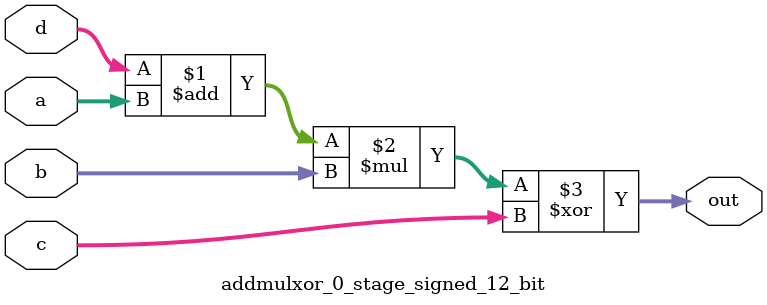
<source format=sv>
(* use_dsp = "yes" *) module addmulxor_0_stage_signed_12_bit(
	input signed [11:0] a,
	input signed [11:0] b,
	input signed [11:0] c,
	input signed [11:0] d,
	output [11:0] out
	);

	assign out = ((d + a) * b) ^ c;
endmodule

</source>
